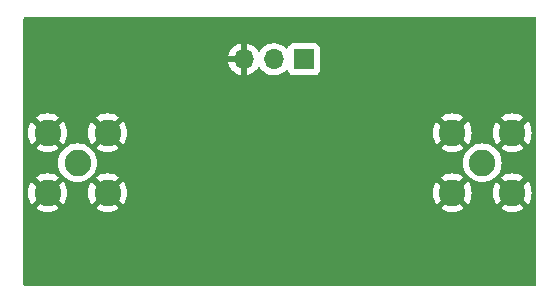
<source format=gbl>
G04 #@! TF.GenerationSoftware,KiCad,Pcbnew,6.0.11+dfsg-1*
G04 #@! TF.CreationDate,2024-04-10T12:01:03+02:00*
G04 #@! TF.ProjectId,Nehari_Chauveliere_aase_dephaseur,4e656861-7269-45f4-9368-617576656c69,rev?*
G04 #@! TF.SameCoordinates,Original*
G04 #@! TF.FileFunction,Copper,L2,Bot*
G04 #@! TF.FilePolarity,Positive*
%FSLAX46Y46*%
G04 Gerber Fmt 4.6, Leading zero omitted, Abs format (unit mm)*
G04 Created by KiCad (PCBNEW 6.0.11+dfsg-1) date 2024-04-10 12:01:03*
%MOMM*%
%LPD*%
G01*
G04 APERTURE LIST*
G04 #@! TA.AperFunction,ComponentPad*
%ADD10C,2.250000*%
G04 #@! TD*
G04 #@! TA.AperFunction,ComponentPad*
%ADD11R,1.700000X1.700000*%
G04 #@! TD*
G04 #@! TA.AperFunction,ComponentPad*
%ADD12O,1.700000X1.700000*%
G04 #@! TD*
G04 APERTURE END LIST*
D10*
X150876000Y-80899000D03*
X148336000Y-78359000D03*
X153416000Y-83439000D03*
X153416000Y-78359000D03*
X148336000Y-83439000D03*
X119139000Y-78359000D03*
X114059000Y-83439000D03*
X114059000Y-78359000D03*
X119139000Y-83439000D03*
X116599000Y-80899000D03*
D11*
X135763000Y-72136000D03*
D12*
X133223000Y-72136000D03*
X130683000Y-72136000D03*
G04 #@! TA.AperFunction,Conductor*
G36*
X155389621Y-68600502D02*
G01*
X155436114Y-68654158D01*
X155447500Y-68706500D01*
X155447500Y-91186500D01*
X155427498Y-91254621D01*
X155373842Y-91301114D01*
X155321500Y-91312500D01*
X112140500Y-91312500D01*
X112072379Y-91292498D01*
X112025886Y-91238842D01*
X112014500Y-91186500D01*
X112014500Y-84763471D01*
X113099884Y-84763471D01*
X113103570Y-84768740D01*
X113311121Y-84895927D01*
X113319915Y-84900408D01*
X113548242Y-84994984D01*
X113557627Y-84998033D01*
X113797940Y-85055728D01*
X113807687Y-85057271D01*
X114054070Y-85076662D01*
X114063930Y-85076662D01*
X114310313Y-85057271D01*
X114320060Y-85055728D01*
X114560373Y-84998033D01*
X114569758Y-84994984D01*
X114798085Y-84900408D01*
X114806879Y-84895927D01*
X115012928Y-84769660D01*
X115016968Y-84763471D01*
X118179884Y-84763471D01*
X118183570Y-84768740D01*
X118391121Y-84895927D01*
X118399915Y-84900408D01*
X118628242Y-84994984D01*
X118637627Y-84998033D01*
X118877940Y-85055728D01*
X118887687Y-85057271D01*
X119134070Y-85076662D01*
X119143930Y-85076662D01*
X119390313Y-85057271D01*
X119400060Y-85055728D01*
X119640373Y-84998033D01*
X119649758Y-84994984D01*
X119878085Y-84900408D01*
X119886879Y-84895927D01*
X120092928Y-84769660D01*
X120096968Y-84763471D01*
X147376884Y-84763471D01*
X147380570Y-84768740D01*
X147588121Y-84895927D01*
X147596915Y-84900408D01*
X147825242Y-84994984D01*
X147834627Y-84998033D01*
X148074940Y-85055728D01*
X148084687Y-85057271D01*
X148331070Y-85076662D01*
X148340930Y-85076662D01*
X148587313Y-85057271D01*
X148597060Y-85055728D01*
X148837373Y-84998033D01*
X148846758Y-84994984D01*
X149075085Y-84900408D01*
X149083879Y-84895927D01*
X149289928Y-84769660D01*
X149293968Y-84763471D01*
X152456884Y-84763471D01*
X152460570Y-84768740D01*
X152668121Y-84895927D01*
X152676915Y-84900408D01*
X152905242Y-84994984D01*
X152914627Y-84998033D01*
X153154940Y-85055728D01*
X153164687Y-85057271D01*
X153411070Y-85076662D01*
X153420930Y-85076662D01*
X153667313Y-85057271D01*
X153677060Y-85055728D01*
X153917373Y-84998033D01*
X153926758Y-84994984D01*
X154155085Y-84900408D01*
X154163879Y-84895927D01*
X154369928Y-84769660D01*
X154375190Y-84761599D01*
X154369183Y-84751393D01*
X153428812Y-83811022D01*
X153414868Y-83803408D01*
X153413035Y-83803539D01*
X153406420Y-83807790D01*
X152464276Y-84749934D01*
X152456884Y-84763471D01*
X149293968Y-84763471D01*
X149295190Y-84761599D01*
X149289183Y-84751393D01*
X148348812Y-83811022D01*
X148334868Y-83803408D01*
X148333035Y-83803539D01*
X148326420Y-83807790D01*
X147384276Y-84749934D01*
X147376884Y-84763471D01*
X120096968Y-84763471D01*
X120098190Y-84761599D01*
X120092183Y-84751393D01*
X119151812Y-83811022D01*
X119137868Y-83803408D01*
X119136035Y-83803539D01*
X119129420Y-83807790D01*
X118187276Y-84749934D01*
X118179884Y-84763471D01*
X115016968Y-84763471D01*
X115018190Y-84761599D01*
X115012183Y-84751393D01*
X114071812Y-83811022D01*
X114057868Y-83803408D01*
X114056035Y-83803539D01*
X114049420Y-83807790D01*
X113107276Y-84749934D01*
X113099884Y-84763471D01*
X112014500Y-84763471D01*
X112014500Y-83443930D01*
X112421338Y-83443930D01*
X112440729Y-83690313D01*
X112442272Y-83700060D01*
X112499967Y-83940373D01*
X112503016Y-83949758D01*
X112597592Y-84178085D01*
X112602073Y-84186879D01*
X112728340Y-84392928D01*
X112736401Y-84398190D01*
X112746607Y-84392183D01*
X113686978Y-83451812D01*
X113693356Y-83440132D01*
X114423408Y-83440132D01*
X114423539Y-83441965D01*
X114427790Y-83448580D01*
X115369934Y-84390724D01*
X115383471Y-84398116D01*
X115388740Y-84394430D01*
X115515927Y-84186879D01*
X115520408Y-84178085D01*
X115614984Y-83949758D01*
X115618033Y-83940373D01*
X115675728Y-83700060D01*
X115677271Y-83690313D01*
X115696662Y-83443930D01*
X117501338Y-83443930D01*
X117520729Y-83690313D01*
X117522272Y-83700060D01*
X117579967Y-83940373D01*
X117583016Y-83949758D01*
X117677592Y-84178085D01*
X117682073Y-84186879D01*
X117808340Y-84392928D01*
X117816401Y-84398190D01*
X117826607Y-84392183D01*
X118766978Y-83451812D01*
X118773356Y-83440132D01*
X119503408Y-83440132D01*
X119503539Y-83441965D01*
X119507790Y-83448580D01*
X120449934Y-84390724D01*
X120463471Y-84398116D01*
X120468740Y-84394430D01*
X120595927Y-84186879D01*
X120600408Y-84178085D01*
X120694984Y-83949758D01*
X120698033Y-83940373D01*
X120755728Y-83700060D01*
X120757271Y-83690313D01*
X120776662Y-83443930D01*
X146698338Y-83443930D01*
X146717729Y-83690313D01*
X146719272Y-83700060D01*
X146776967Y-83940373D01*
X146780016Y-83949758D01*
X146874592Y-84178085D01*
X146879073Y-84186879D01*
X147005340Y-84392928D01*
X147013401Y-84398190D01*
X147023607Y-84392183D01*
X147963978Y-83451812D01*
X147970356Y-83440132D01*
X148700408Y-83440132D01*
X148700539Y-83441965D01*
X148704790Y-83448580D01*
X149646934Y-84390724D01*
X149660471Y-84398116D01*
X149665740Y-84394430D01*
X149792927Y-84186879D01*
X149797408Y-84178085D01*
X149891984Y-83949758D01*
X149895033Y-83940373D01*
X149952728Y-83700060D01*
X149954271Y-83690313D01*
X149973662Y-83443930D01*
X151778338Y-83443930D01*
X151797729Y-83690313D01*
X151799272Y-83700060D01*
X151856967Y-83940373D01*
X151860016Y-83949758D01*
X151954592Y-84178085D01*
X151959073Y-84186879D01*
X152085340Y-84392928D01*
X152093401Y-84398190D01*
X152103607Y-84392183D01*
X153043978Y-83451812D01*
X153050356Y-83440132D01*
X153780408Y-83440132D01*
X153780539Y-83441965D01*
X153784790Y-83448580D01*
X154726934Y-84390724D01*
X154740471Y-84398116D01*
X154745740Y-84394430D01*
X154872927Y-84186879D01*
X154877408Y-84178085D01*
X154971984Y-83949758D01*
X154975033Y-83940373D01*
X155032728Y-83700060D01*
X155034271Y-83690313D01*
X155053662Y-83443930D01*
X155053662Y-83434070D01*
X155034271Y-83187687D01*
X155032728Y-83177940D01*
X154975033Y-82937627D01*
X154971984Y-82928242D01*
X154877408Y-82699915D01*
X154872927Y-82691121D01*
X154746660Y-82485072D01*
X154738599Y-82479810D01*
X154728393Y-82485817D01*
X153788022Y-83426188D01*
X153780408Y-83440132D01*
X153050356Y-83440132D01*
X153051592Y-83437868D01*
X153051461Y-83436035D01*
X153047210Y-83429420D01*
X152105066Y-82487276D01*
X152091529Y-82479884D01*
X152086260Y-82483570D01*
X151959073Y-82691121D01*
X151954592Y-82699915D01*
X151860016Y-82928242D01*
X151856967Y-82937627D01*
X151799272Y-83177940D01*
X151797729Y-83187687D01*
X151778338Y-83434070D01*
X151778338Y-83443930D01*
X149973662Y-83443930D01*
X149973662Y-83434070D01*
X149954271Y-83187687D01*
X149952728Y-83177940D01*
X149895033Y-82937627D01*
X149891984Y-82928242D01*
X149797408Y-82699915D01*
X149792927Y-82691121D01*
X149666660Y-82485072D01*
X149658599Y-82479810D01*
X149648393Y-82485817D01*
X148708022Y-83426188D01*
X148700408Y-83440132D01*
X147970356Y-83440132D01*
X147971592Y-83437868D01*
X147971461Y-83436035D01*
X147967210Y-83429420D01*
X147025066Y-82487276D01*
X147011529Y-82479884D01*
X147006260Y-82483570D01*
X146879073Y-82691121D01*
X146874592Y-82699915D01*
X146780016Y-82928242D01*
X146776967Y-82937627D01*
X146719272Y-83177940D01*
X146717729Y-83187687D01*
X146698338Y-83434070D01*
X146698338Y-83443930D01*
X120776662Y-83443930D01*
X120776662Y-83434070D01*
X120757271Y-83187687D01*
X120755728Y-83177940D01*
X120698033Y-82937627D01*
X120694984Y-82928242D01*
X120600408Y-82699915D01*
X120595927Y-82691121D01*
X120469660Y-82485072D01*
X120461599Y-82479810D01*
X120451393Y-82485817D01*
X119511022Y-83426188D01*
X119503408Y-83440132D01*
X118773356Y-83440132D01*
X118774592Y-83437868D01*
X118774461Y-83436035D01*
X118770210Y-83429420D01*
X117828066Y-82487276D01*
X117814529Y-82479884D01*
X117809260Y-82483570D01*
X117682073Y-82691121D01*
X117677592Y-82699915D01*
X117583016Y-82928242D01*
X117579967Y-82937627D01*
X117522272Y-83177940D01*
X117520729Y-83187687D01*
X117501338Y-83434070D01*
X117501338Y-83443930D01*
X115696662Y-83443930D01*
X115696662Y-83434070D01*
X115677271Y-83187687D01*
X115675728Y-83177940D01*
X115618033Y-82937627D01*
X115614984Y-82928242D01*
X115520408Y-82699915D01*
X115515927Y-82691121D01*
X115389660Y-82485072D01*
X115381599Y-82479810D01*
X115371393Y-82485817D01*
X114431022Y-83426188D01*
X114423408Y-83440132D01*
X113693356Y-83440132D01*
X113694592Y-83437868D01*
X113694461Y-83436035D01*
X113690210Y-83429420D01*
X112748066Y-82487276D01*
X112734529Y-82479884D01*
X112729260Y-82483570D01*
X112602073Y-82691121D01*
X112597592Y-82699915D01*
X112503016Y-82928242D01*
X112499967Y-82937627D01*
X112442272Y-83177940D01*
X112440729Y-83187687D01*
X112421338Y-83434070D01*
X112421338Y-83443930D01*
X112014500Y-83443930D01*
X112014500Y-82116401D01*
X113099810Y-82116401D01*
X113105817Y-82126607D01*
X114046188Y-83066978D01*
X114060132Y-83074592D01*
X114061965Y-83074461D01*
X114068580Y-83070210D01*
X115010724Y-82128066D01*
X115018116Y-82114529D01*
X115014430Y-82109260D01*
X114806879Y-81982073D01*
X114798085Y-81977592D01*
X114569758Y-81883016D01*
X114560373Y-81879967D01*
X114320060Y-81822272D01*
X114310313Y-81820729D01*
X114063930Y-81801338D01*
X114054070Y-81801338D01*
X113807687Y-81820729D01*
X113797940Y-81822272D01*
X113557627Y-81879967D01*
X113548242Y-81883016D01*
X113319915Y-81977592D01*
X113311121Y-81982073D01*
X113105072Y-82108340D01*
X113099810Y-82116401D01*
X112014500Y-82116401D01*
X112014500Y-80899000D01*
X114960449Y-80899000D01*
X114980622Y-81155326D01*
X115040645Y-81405340D01*
X115139040Y-81642887D01*
X115273384Y-81862116D01*
X115440369Y-82057631D01*
X115635884Y-82224616D01*
X115855113Y-82358960D01*
X115859683Y-82360853D01*
X115859687Y-82360855D01*
X116088087Y-82455461D01*
X116092660Y-82457355D01*
X116179502Y-82478204D01*
X116337861Y-82516223D01*
X116337867Y-82516224D01*
X116342674Y-82517378D01*
X116599000Y-82537551D01*
X116855326Y-82517378D01*
X116860133Y-82516224D01*
X116860139Y-82516223D01*
X117018498Y-82478204D01*
X117105340Y-82457355D01*
X117109913Y-82455461D01*
X117338313Y-82360855D01*
X117338317Y-82360853D01*
X117342887Y-82358960D01*
X117562116Y-82224616D01*
X117688820Y-82116401D01*
X118179810Y-82116401D01*
X118185817Y-82126607D01*
X119126188Y-83066978D01*
X119140132Y-83074592D01*
X119141965Y-83074461D01*
X119148580Y-83070210D01*
X120090724Y-82128066D01*
X120097094Y-82116401D01*
X147376810Y-82116401D01*
X147382817Y-82126607D01*
X148323188Y-83066978D01*
X148337132Y-83074592D01*
X148338965Y-83074461D01*
X148345580Y-83070210D01*
X149287724Y-82128066D01*
X149295116Y-82114529D01*
X149291430Y-82109260D01*
X149083879Y-81982073D01*
X149075085Y-81977592D01*
X148846758Y-81883016D01*
X148837373Y-81879967D01*
X148597060Y-81822272D01*
X148587313Y-81820729D01*
X148340930Y-81801338D01*
X148331070Y-81801338D01*
X148084687Y-81820729D01*
X148074940Y-81822272D01*
X147834627Y-81879967D01*
X147825242Y-81883016D01*
X147596915Y-81977592D01*
X147588121Y-81982073D01*
X147382072Y-82108340D01*
X147376810Y-82116401D01*
X120097094Y-82116401D01*
X120098116Y-82114529D01*
X120094430Y-82109260D01*
X119886879Y-81982073D01*
X119878085Y-81977592D01*
X119649758Y-81883016D01*
X119640373Y-81879967D01*
X119400060Y-81822272D01*
X119390313Y-81820729D01*
X119143930Y-81801338D01*
X119134070Y-81801338D01*
X118887687Y-81820729D01*
X118877940Y-81822272D01*
X118637627Y-81879967D01*
X118628242Y-81883016D01*
X118399915Y-81977592D01*
X118391121Y-81982073D01*
X118185072Y-82108340D01*
X118179810Y-82116401D01*
X117688820Y-82116401D01*
X117757631Y-82057631D01*
X117924616Y-81862116D01*
X118058960Y-81642887D01*
X118157355Y-81405340D01*
X118217378Y-81155326D01*
X118237551Y-80899000D01*
X149237449Y-80899000D01*
X149257622Y-81155326D01*
X149317645Y-81405340D01*
X149416040Y-81642887D01*
X149550384Y-81862116D01*
X149717369Y-82057631D01*
X149912884Y-82224616D01*
X150132113Y-82358960D01*
X150136683Y-82360853D01*
X150136687Y-82360855D01*
X150365087Y-82455461D01*
X150369660Y-82457355D01*
X150456502Y-82478204D01*
X150614861Y-82516223D01*
X150614867Y-82516224D01*
X150619674Y-82517378D01*
X150876000Y-82537551D01*
X151132326Y-82517378D01*
X151137133Y-82516224D01*
X151137139Y-82516223D01*
X151295498Y-82478204D01*
X151382340Y-82457355D01*
X151386913Y-82455461D01*
X151615313Y-82360855D01*
X151615317Y-82360853D01*
X151619887Y-82358960D01*
X151839116Y-82224616D01*
X151965820Y-82116401D01*
X152456810Y-82116401D01*
X152462817Y-82126607D01*
X153403188Y-83066978D01*
X153417132Y-83074592D01*
X153418965Y-83074461D01*
X153425580Y-83070210D01*
X154367724Y-82128066D01*
X154375116Y-82114529D01*
X154371430Y-82109260D01*
X154163879Y-81982073D01*
X154155085Y-81977592D01*
X153926758Y-81883016D01*
X153917373Y-81879967D01*
X153677060Y-81822272D01*
X153667313Y-81820729D01*
X153420930Y-81801338D01*
X153411070Y-81801338D01*
X153164687Y-81820729D01*
X153154940Y-81822272D01*
X152914627Y-81879967D01*
X152905242Y-81883016D01*
X152676915Y-81977592D01*
X152668121Y-81982073D01*
X152462072Y-82108340D01*
X152456810Y-82116401D01*
X151965820Y-82116401D01*
X152034631Y-82057631D01*
X152201616Y-81862116D01*
X152335960Y-81642887D01*
X152434355Y-81405340D01*
X152494378Y-81155326D01*
X152514551Y-80899000D01*
X152494378Y-80642674D01*
X152434355Y-80392660D01*
X152335960Y-80155113D01*
X152201616Y-79935884D01*
X152034631Y-79740369D01*
X151968012Y-79683471D01*
X152456884Y-79683471D01*
X152460570Y-79688740D01*
X152668121Y-79815927D01*
X152676915Y-79820408D01*
X152905242Y-79914984D01*
X152914627Y-79918033D01*
X153154940Y-79975728D01*
X153164687Y-79977271D01*
X153411070Y-79996662D01*
X153420930Y-79996662D01*
X153667313Y-79977271D01*
X153677060Y-79975728D01*
X153917373Y-79918033D01*
X153926758Y-79914984D01*
X154155085Y-79820408D01*
X154163879Y-79815927D01*
X154369928Y-79689660D01*
X154375190Y-79681599D01*
X154369183Y-79671393D01*
X153428812Y-78731022D01*
X153414868Y-78723408D01*
X153413035Y-78723539D01*
X153406420Y-78727790D01*
X152464276Y-79669934D01*
X152456884Y-79683471D01*
X151968012Y-79683471D01*
X151839116Y-79573384D01*
X151619887Y-79439040D01*
X151615317Y-79437147D01*
X151615313Y-79437145D01*
X151386913Y-79342539D01*
X151386911Y-79342538D01*
X151382340Y-79340645D01*
X151273147Y-79314430D01*
X151137139Y-79281777D01*
X151137133Y-79281776D01*
X151132326Y-79280622D01*
X150876000Y-79260449D01*
X150619674Y-79280622D01*
X150614867Y-79281776D01*
X150614861Y-79281777D01*
X150478853Y-79314430D01*
X150369660Y-79340645D01*
X150365089Y-79342538D01*
X150365087Y-79342539D01*
X150136687Y-79437145D01*
X150136683Y-79437147D01*
X150132113Y-79439040D01*
X149912884Y-79573384D01*
X149717369Y-79740369D01*
X149550384Y-79935884D01*
X149416040Y-80155113D01*
X149317645Y-80392660D01*
X149257622Y-80642674D01*
X149237449Y-80899000D01*
X118237551Y-80899000D01*
X118217378Y-80642674D01*
X118157355Y-80392660D01*
X118058960Y-80155113D01*
X117924616Y-79935884D01*
X117757631Y-79740369D01*
X117691012Y-79683471D01*
X118179884Y-79683471D01*
X118183570Y-79688740D01*
X118391121Y-79815927D01*
X118399915Y-79820408D01*
X118628242Y-79914984D01*
X118637627Y-79918033D01*
X118877940Y-79975728D01*
X118887687Y-79977271D01*
X119134070Y-79996662D01*
X119143930Y-79996662D01*
X119390313Y-79977271D01*
X119400060Y-79975728D01*
X119640373Y-79918033D01*
X119649758Y-79914984D01*
X119878085Y-79820408D01*
X119886879Y-79815927D01*
X120092928Y-79689660D01*
X120096968Y-79683471D01*
X147376884Y-79683471D01*
X147380570Y-79688740D01*
X147588121Y-79815927D01*
X147596915Y-79820408D01*
X147825242Y-79914984D01*
X147834627Y-79918033D01*
X148074940Y-79975728D01*
X148084687Y-79977271D01*
X148331070Y-79996662D01*
X148340930Y-79996662D01*
X148587313Y-79977271D01*
X148597060Y-79975728D01*
X148837373Y-79918033D01*
X148846758Y-79914984D01*
X149075085Y-79820408D01*
X149083879Y-79815927D01*
X149289928Y-79689660D01*
X149295190Y-79681599D01*
X149289183Y-79671393D01*
X148348812Y-78731022D01*
X148334868Y-78723408D01*
X148333035Y-78723539D01*
X148326420Y-78727790D01*
X147384276Y-79669934D01*
X147376884Y-79683471D01*
X120096968Y-79683471D01*
X120098190Y-79681599D01*
X120092183Y-79671393D01*
X119151812Y-78731022D01*
X119137868Y-78723408D01*
X119136035Y-78723539D01*
X119129420Y-78727790D01*
X118187276Y-79669934D01*
X118179884Y-79683471D01*
X117691012Y-79683471D01*
X117562116Y-79573384D01*
X117342887Y-79439040D01*
X117338317Y-79437147D01*
X117338313Y-79437145D01*
X117109913Y-79342539D01*
X117109911Y-79342538D01*
X117105340Y-79340645D01*
X116996147Y-79314430D01*
X116860139Y-79281777D01*
X116860133Y-79281776D01*
X116855326Y-79280622D01*
X116599000Y-79260449D01*
X116342674Y-79280622D01*
X116337867Y-79281776D01*
X116337861Y-79281777D01*
X116201853Y-79314430D01*
X116092660Y-79340645D01*
X116088089Y-79342538D01*
X116088087Y-79342539D01*
X115859687Y-79437145D01*
X115859683Y-79437147D01*
X115855113Y-79439040D01*
X115635884Y-79573384D01*
X115440369Y-79740369D01*
X115273384Y-79935884D01*
X115139040Y-80155113D01*
X115040645Y-80392660D01*
X114980622Y-80642674D01*
X114960449Y-80899000D01*
X112014500Y-80899000D01*
X112014500Y-79683471D01*
X113099884Y-79683471D01*
X113103570Y-79688740D01*
X113311121Y-79815927D01*
X113319915Y-79820408D01*
X113548242Y-79914984D01*
X113557627Y-79918033D01*
X113797940Y-79975728D01*
X113807687Y-79977271D01*
X114054070Y-79996662D01*
X114063930Y-79996662D01*
X114310313Y-79977271D01*
X114320060Y-79975728D01*
X114560373Y-79918033D01*
X114569758Y-79914984D01*
X114798085Y-79820408D01*
X114806879Y-79815927D01*
X115012928Y-79689660D01*
X115018190Y-79681599D01*
X115012183Y-79671393D01*
X114071812Y-78731022D01*
X114057868Y-78723408D01*
X114056035Y-78723539D01*
X114049420Y-78727790D01*
X113107276Y-79669934D01*
X113099884Y-79683471D01*
X112014500Y-79683471D01*
X112014500Y-78363930D01*
X112421338Y-78363930D01*
X112440729Y-78610313D01*
X112442272Y-78620060D01*
X112499967Y-78860373D01*
X112503016Y-78869758D01*
X112597592Y-79098085D01*
X112602073Y-79106879D01*
X112728340Y-79312928D01*
X112736401Y-79318190D01*
X112746607Y-79312183D01*
X113686978Y-78371812D01*
X113693356Y-78360132D01*
X114423408Y-78360132D01*
X114423539Y-78361965D01*
X114427790Y-78368580D01*
X115369934Y-79310724D01*
X115383471Y-79318116D01*
X115388740Y-79314430D01*
X115515927Y-79106879D01*
X115520408Y-79098085D01*
X115614984Y-78869758D01*
X115618033Y-78860373D01*
X115675728Y-78620060D01*
X115677271Y-78610313D01*
X115696662Y-78363930D01*
X117501338Y-78363930D01*
X117520729Y-78610313D01*
X117522272Y-78620060D01*
X117579967Y-78860373D01*
X117583016Y-78869758D01*
X117677592Y-79098085D01*
X117682073Y-79106879D01*
X117808340Y-79312928D01*
X117816401Y-79318190D01*
X117826607Y-79312183D01*
X118766978Y-78371812D01*
X118773356Y-78360132D01*
X119503408Y-78360132D01*
X119503539Y-78361965D01*
X119507790Y-78368580D01*
X120449934Y-79310724D01*
X120463471Y-79318116D01*
X120468740Y-79314430D01*
X120595927Y-79106879D01*
X120600408Y-79098085D01*
X120694984Y-78869758D01*
X120698033Y-78860373D01*
X120755728Y-78620060D01*
X120757271Y-78610313D01*
X120776662Y-78363930D01*
X146698338Y-78363930D01*
X146717729Y-78610313D01*
X146719272Y-78620060D01*
X146776967Y-78860373D01*
X146780016Y-78869758D01*
X146874592Y-79098085D01*
X146879073Y-79106879D01*
X147005340Y-79312928D01*
X147013401Y-79318190D01*
X147023607Y-79312183D01*
X147963978Y-78371812D01*
X147970356Y-78360132D01*
X148700408Y-78360132D01*
X148700539Y-78361965D01*
X148704790Y-78368580D01*
X149646934Y-79310724D01*
X149660471Y-79318116D01*
X149665740Y-79314430D01*
X149792927Y-79106879D01*
X149797408Y-79098085D01*
X149891984Y-78869758D01*
X149895033Y-78860373D01*
X149952728Y-78620060D01*
X149954271Y-78610313D01*
X149973662Y-78363930D01*
X151778338Y-78363930D01*
X151797729Y-78610313D01*
X151799272Y-78620060D01*
X151856967Y-78860373D01*
X151860016Y-78869758D01*
X151954592Y-79098085D01*
X151959073Y-79106879D01*
X152085340Y-79312928D01*
X152093401Y-79318190D01*
X152103607Y-79312183D01*
X153043978Y-78371812D01*
X153050356Y-78360132D01*
X153780408Y-78360132D01*
X153780539Y-78361965D01*
X153784790Y-78368580D01*
X154726934Y-79310724D01*
X154740471Y-79318116D01*
X154745740Y-79314430D01*
X154872927Y-79106879D01*
X154877408Y-79098085D01*
X154971984Y-78869758D01*
X154975033Y-78860373D01*
X155032728Y-78620060D01*
X155034271Y-78610313D01*
X155053662Y-78363930D01*
X155053662Y-78354070D01*
X155034271Y-78107687D01*
X155032728Y-78097940D01*
X154975033Y-77857627D01*
X154971984Y-77848242D01*
X154877408Y-77619915D01*
X154872927Y-77611121D01*
X154746660Y-77405072D01*
X154738599Y-77399810D01*
X154728393Y-77405817D01*
X153788022Y-78346188D01*
X153780408Y-78360132D01*
X153050356Y-78360132D01*
X153051592Y-78357868D01*
X153051461Y-78356035D01*
X153047210Y-78349420D01*
X152105066Y-77407276D01*
X152091529Y-77399884D01*
X152086260Y-77403570D01*
X151959073Y-77611121D01*
X151954592Y-77619915D01*
X151860016Y-77848242D01*
X151856967Y-77857627D01*
X151799272Y-78097940D01*
X151797729Y-78107687D01*
X151778338Y-78354070D01*
X151778338Y-78363930D01*
X149973662Y-78363930D01*
X149973662Y-78354070D01*
X149954271Y-78107687D01*
X149952728Y-78097940D01*
X149895033Y-77857627D01*
X149891984Y-77848242D01*
X149797408Y-77619915D01*
X149792927Y-77611121D01*
X149666660Y-77405072D01*
X149658599Y-77399810D01*
X149648393Y-77405817D01*
X148708022Y-78346188D01*
X148700408Y-78360132D01*
X147970356Y-78360132D01*
X147971592Y-78357868D01*
X147971461Y-78356035D01*
X147967210Y-78349420D01*
X147025066Y-77407276D01*
X147011529Y-77399884D01*
X147006260Y-77403570D01*
X146879073Y-77611121D01*
X146874592Y-77619915D01*
X146780016Y-77848242D01*
X146776967Y-77857627D01*
X146719272Y-78097940D01*
X146717729Y-78107687D01*
X146698338Y-78354070D01*
X146698338Y-78363930D01*
X120776662Y-78363930D01*
X120776662Y-78354070D01*
X120757271Y-78107687D01*
X120755728Y-78097940D01*
X120698033Y-77857627D01*
X120694984Y-77848242D01*
X120600408Y-77619915D01*
X120595927Y-77611121D01*
X120469660Y-77405072D01*
X120461599Y-77399810D01*
X120451393Y-77405817D01*
X119511022Y-78346188D01*
X119503408Y-78360132D01*
X118773356Y-78360132D01*
X118774592Y-78357868D01*
X118774461Y-78356035D01*
X118770210Y-78349420D01*
X117828066Y-77407276D01*
X117814529Y-77399884D01*
X117809260Y-77403570D01*
X117682073Y-77611121D01*
X117677592Y-77619915D01*
X117583016Y-77848242D01*
X117579967Y-77857627D01*
X117522272Y-78097940D01*
X117520729Y-78107687D01*
X117501338Y-78354070D01*
X117501338Y-78363930D01*
X115696662Y-78363930D01*
X115696662Y-78354070D01*
X115677271Y-78107687D01*
X115675728Y-78097940D01*
X115618033Y-77857627D01*
X115614984Y-77848242D01*
X115520408Y-77619915D01*
X115515927Y-77611121D01*
X115389660Y-77405072D01*
X115381599Y-77399810D01*
X115371393Y-77405817D01*
X114431022Y-78346188D01*
X114423408Y-78360132D01*
X113693356Y-78360132D01*
X113694592Y-78357868D01*
X113694461Y-78356035D01*
X113690210Y-78349420D01*
X112748066Y-77407276D01*
X112734529Y-77399884D01*
X112729260Y-77403570D01*
X112602073Y-77611121D01*
X112597592Y-77619915D01*
X112503016Y-77848242D01*
X112499967Y-77857627D01*
X112442272Y-78097940D01*
X112440729Y-78107687D01*
X112421338Y-78354070D01*
X112421338Y-78363930D01*
X112014500Y-78363930D01*
X112014500Y-77036401D01*
X113099810Y-77036401D01*
X113105817Y-77046607D01*
X114046188Y-77986978D01*
X114060132Y-77994592D01*
X114061965Y-77994461D01*
X114068580Y-77990210D01*
X115010724Y-77048066D01*
X115017094Y-77036401D01*
X118179810Y-77036401D01*
X118185817Y-77046607D01*
X119126188Y-77986978D01*
X119140132Y-77994592D01*
X119141965Y-77994461D01*
X119148580Y-77990210D01*
X120090724Y-77048066D01*
X120097094Y-77036401D01*
X147376810Y-77036401D01*
X147382817Y-77046607D01*
X148323188Y-77986978D01*
X148337132Y-77994592D01*
X148338965Y-77994461D01*
X148345580Y-77990210D01*
X149287724Y-77048066D01*
X149294094Y-77036401D01*
X152456810Y-77036401D01*
X152462817Y-77046607D01*
X153403188Y-77986978D01*
X153417132Y-77994592D01*
X153418965Y-77994461D01*
X153425580Y-77990210D01*
X154367724Y-77048066D01*
X154375116Y-77034529D01*
X154371430Y-77029260D01*
X154163879Y-76902073D01*
X154155085Y-76897592D01*
X153926758Y-76803016D01*
X153917373Y-76799967D01*
X153677060Y-76742272D01*
X153667313Y-76740729D01*
X153420930Y-76721338D01*
X153411070Y-76721338D01*
X153164687Y-76740729D01*
X153154940Y-76742272D01*
X152914627Y-76799967D01*
X152905242Y-76803016D01*
X152676915Y-76897592D01*
X152668121Y-76902073D01*
X152462072Y-77028340D01*
X152456810Y-77036401D01*
X149294094Y-77036401D01*
X149295116Y-77034529D01*
X149291430Y-77029260D01*
X149083879Y-76902073D01*
X149075085Y-76897592D01*
X148846758Y-76803016D01*
X148837373Y-76799967D01*
X148597060Y-76742272D01*
X148587313Y-76740729D01*
X148340930Y-76721338D01*
X148331070Y-76721338D01*
X148084687Y-76740729D01*
X148074940Y-76742272D01*
X147834627Y-76799967D01*
X147825242Y-76803016D01*
X147596915Y-76897592D01*
X147588121Y-76902073D01*
X147382072Y-77028340D01*
X147376810Y-77036401D01*
X120097094Y-77036401D01*
X120098116Y-77034529D01*
X120094430Y-77029260D01*
X119886879Y-76902073D01*
X119878085Y-76897592D01*
X119649758Y-76803016D01*
X119640373Y-76799967D01*
X119400060Y-76742272D01*
X119390313Y-76740729D01*
X119143930Y-76721338D01*
X119134070Y-76721338D01*
X118887687Y-76740729D01*
X118877940Y-76742272D01*
X118637627Y-76799967D01*
X118628242Y-76803016D01*
X118399915Y-76897592D01*
X118391121Y-76902073D01*
X118185072Y-77028340D01*
X118179810Y-77036401D01*
X115017094Y-77036401D01*
X115018116Y-77034529D01*
X115014430Y-77029260D01*
X114806879Y-76902073D01*
X114798085Y-76897592D01*
X114569758Y-76803016D01*
X114560373Y-76799967D01*
X114320060Y-76742272D01*
X114310313Y-76740729D01*
X114063930Y-76721338D01*
X114054070Y-76721338D01*
X113807687Y-76740729D01*
X113797940Y-76742272D01*
X113557627Y-76799967D01*
X113548242Y-76803016D01*
X113319915Y-76897592D01*
X113311121Y-76902073D01*
X113105072Y-77028340D01*
X113099810Y-77036401D01*
X112014500Y-77036401D01*
X112014500Y-72403966D01*
X129351257Y-72403966D01*
X129381565Y-72538446D01*
X129384645Y-72548275D01*
X129464770Y-72745603D01*
X129469413Y-72754794D01*
X129580694Y-72936388D01*
X129586777Y-72944699D01*
X129726213Y-73105667D01*
X129733580Y-73112883D01*
X129897434Y-73248916D01*
X129905881Y-73254831D01*
X130089756Y-73362279D01*
X130099042Y-73366729D01*
X130298001Y-73442703D01*
X130307899Y-73445579D01*
X130411250Y-73466606D01*
X130425299Y-73465410D01*
X130429000Y-73455065D01*
X130429000Y-73454517D01*
X130937000Y-73454517D01*
X130941064Y-73468359D01*
X130954478Y-73470393D01*
X130961184Y-73469534D01*
X130971262Y-73467392D01*
X131175255Y-73406191D01*
X131184842Y-73402433D01*
X131376095Y-73308739D01*
X131384945Y-73303464D01*
X131558328Y-73179792D01*
X131566200Y-73173139D01*
X131717052Y-73022812D01*
X131723730Y-73014965D01*
X131851022Y-72837819D01*
X131852279Y-72838722D01*
X131899373Y-72795362D01*
X131969311Y-72783145D01*
X132034751Y-72810678D01*
X132062579Y-72842511D01*
X132122987Y-72941088D01*
X132269250Y-73109938D01*
X132441126Y-73252632D01*
X132634000Y-73365338D01*
X132842692Y-73445030D01*
X132847760Y-73446061D01*
X132847763Y-73446062D01*
X132942862Y-73465410D01*
X133061597Y-73489567D01*
X133066772Y-73489757D01*
X133066774Y-73489757D01*
X133279673Y-73497564D01*
X133279677Y-73497564D01*
X133284837Y-73497753D01*
X133289957Y-73497097D01*
X133289959Y-73497097D01*
X133501288Y-73470025D01*
X133501289Y-73470025D01*
X133506416Y-73469368D01*
X133511366Y-73467883D01*
X133715429Y-73406661D01*
X133715434Y-73406659D01*
X133720384Y-73405174D01*
X133920994Y-73306896D01*
X134102860Y-73177173D01*
X134211091Y-73069319D01*
X134273462Y-73035404D01*
X134344268Y-73040592D01*
X134401030Y-73083238D01*
X134418012Y-73114341D01*
X134462385Y-73232705D01*
X134549739Y-73349261D01*
X134666295Y-73436615D01*
X134802684Y-73487745D01*
X134864866Y-73494500D01*
X136661134Y-73494500D01*
X136723316Y-73487745D01*
X136859705Y-73436615D01*
X136976261Y-73349261D01*
X137063615Y-73232705D01*
X137114745Y-73096316D01*
X137121500Y-73034134D01*
X137121500Y-71237866D01*
X137114745Y-71175684D01*
X137063615Y-71039295D01*
X136976261Y-70922739D01*
X136859705Y-70835385D01*
X136723316Y-70784255D01*
X136661134Y-70777500D01*
X134864866Y-70777500D01*
X134802684Y-70784255D01*
X134666295Y-70835385D01*
X134549739Y-70922739D01*
X134462385Y-71039295D01*
X134459233Y-71047703D01*
X134417919Y-71157907D01*
X134375277Y-71214671D01*
X134308716Y-71239371D01*
X134239367Y-71224163D01*
X134206743Y-71198476D01*
X134156151Y-71142875D01*
X134156142Y-71142866D01*
X134152670Y-71139051D01*
X134148619Y-71135852D01*
X134148615Y-71135848D01*
X133981414Y-71003800D01*
X133981410Y-71003798D01*
X133977359Y-71000598D01*
X133941028Y-70980542D01*
X133925136Y-70971769D01*
X133781789Y-70892638D01*
X133776920Y-70890914D01*
X133776916Y-70890912D01*
X133576087Y-70819795D01*
X133576083Y-70819794D01*
X133571212Y-70818069D01*
X133566119Y-70817162D01*
X133566116Y-70817161D01*
X133356373Y-70779800D01*
X133356367Y-70779799D01*
X133351284Y-70778894D01*
X133277452Y-70777992D01*
X133133081Y-70776228D01*
X133133079Y-70776228D01*
X133127911Y-70776165D01*
X132907091Y-70809955D01*
X132694756Y-70879357D01*
X132496607Y-70982507D01*
X132492474Y-70985610D01*
X132492471Y-70985612D01*
X132322100Y-71113530D01*
X132317965Y-71116635D01*
X132292541Y-71143240D01*
X132224280Y-71214671D01*
X132163629Y-71278138D01*
X132160715Y-71282410D01*
X132160714Y-71282411D01*
X132055898Y-71436066D01*
X132000987Y-71481069D01*
X131930462Y-71489240D01*
X131866715Y-71457986D01*
X131846018Y-71433502D01*
X131765426Y-71308926D01*
X131759136Y-71300757D01*
X131615806Y-71143240D01*
X131608273Y-71136215D01*
X131441139Y-71004222D01*
X131432552Y-70998517D01*
X131246117Y-70895599D01*
X131236705Y-70891369D01*
X131035959Y-70820280D01*
X131025988Y-70817646D01*
X130954837Y-70804972D01*
X130941540Y-70806432D01*
X130937000Y-70820989D01*
X130937000Y-73454517D01*
X130429000Y-73454517D01*
X130429000Y-72408115D01*
X130424525Y-72392876D01*
X130423135Y-72391671D01*
X130415452Y-72390000D01*
X129366225Y-72390000D01*
X129352694Y-72393973D01*
X129351257Y-72403966D01*
X112014500Y-72403966D01*
X112014500Y-71870183D01*
X129347389Y-71870183D01*
X129348912Y-71878607D01*
X129361292Y-71882000D01*
X130410885Y-71882000D01*
X130426124Y-71877525D01*
X130427329Y-71876135D01*
X130429000Y-71868452D01*
X130429000Y-70819102D01*
X130425082Y-70805758D01*
X130410806Y-70803771D01*
X130372324Y-70809660D01*
X130362288Y-70812051D01*
X130159868Y-70878212D01*
X130150359Y-70882209D01*
X129961463Y-70980542D01*
X129952738Y-70986036D01*
X129782433Y-71113905D01*
X129774726Y-71120748D01*
X129627590Y-71274717D01*
X129621104Y-71282727D01*
X129501098Y-71458649D01*
X129496000Y-71467623D01*
X129406338Y-71660783D01*
X129402775Y-71670470D01*
X129347389Y-71870183D01*
X112014500Y-71870183D01*
X112014500Y-68706500D01*
X112034502Y-68638379D01*
X112088158Y-68591886D01*
X112140500Y-68580500D01*
X155321500Y-68580500D01*
X155389621Y-68600502D01*
G37*
G04 #@! TD.AperFunction*
M02*

</source>
